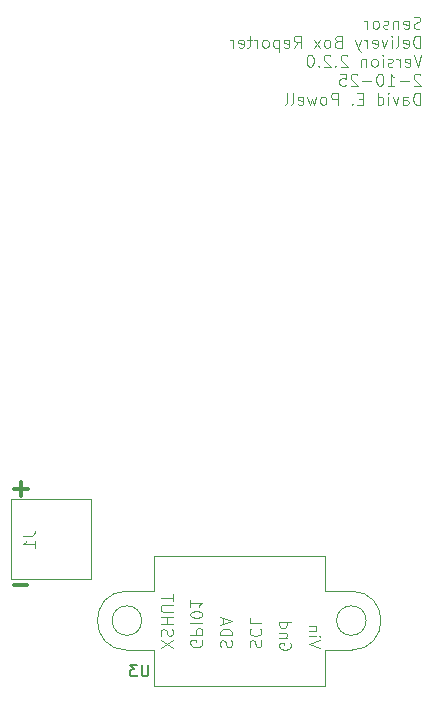
<source format=gbr>
%TF.GenerationSoftware,KiCad,Pcbnew,8.0.8-unknown-202501290020~8b811aa383~ubuntu24.04.1*%
%TF.CreationDate,2025-02-10T17:26:24-05:00*%
%TF.ProjectId,deleteme,64656c65-7465-46d6-952e-6b696361645f,rev?*%
%TF.SameCoordinates,Original*%
%TF.FileFunction,Legend,Bot*%
%TF.FilePolarity,Positive*%
%FSLAX46Y46*%
G04 Gerber Fmt 4.6, Leading zero omitted, Abs format (unit mm)*
G04 Created by KiCad (PCBNEW 8.0.8-unknown-202501290020~8b811aa383~ubuntu24.04.1) date 2025-02-10 17:26:24*
%MOMM*%
%LPD*%
G01*
G04 APERTURE LIST*
%ADD10C,0.300000*%
%ADD11C,0.100000*%
%ADD12C,0.150000*%
%ADD13C,0.120000*%
G04 APERTURE END LIST*
D10*
X129444510Y-129355809D02*
X130587368Y-129355809D01*
D11*
X163883734Y-82211433D02*
X163740877Y-82259052D01*
X163740877Y-82259052D02*
X163502782Y-82259052D01*
X163502782Y-82259052D02*
X163407544Y-82211433D01*
X163407544Y-82211433D02*
X163359925Y-82163813D01*
X163359925Y-82163813D02*
X163312306Y-82068575D01*
X163312306Y-82068575D02*
X163312306Y-81973337D01*
X163312306Y-81973337D02*
X163359925Y-81878099D01*
X163359925Y-81878099D02*
X163407544Y-81830480D01*
X163407544Y-81830480D02*
X163502782Y-81782861D01*
X163502782Y-81782861D02*
X163693258Y-81735242D01*
X163693258Y-81735242D02*
X163788496Y-81687623D01*
X163788496Y-81687623D02*
X163836115Y-81640004D01*
X163836115Y-81640004D02*
X163883734Y-81544766D01*
X163883734Y-81544766D02*
X163883734Y-81449528D01*
X163883734Y-81449528D02*
X163836115Y-81354290D01*
X163836115Y-81354290D02*
X163788496Y-81306671D01*
X163788496Y-81306671D02*
X163693258Y-81259052D01*
X163693258Y-81259052D02*
X163455163Y-81259052D01*
X163455163Y-81259052D02*
X163312306Y-81306671D01*
X162502782Y-82211433D02*
X162598020Y-82259052D01*
X162598020Y-82259052D02*
X162788496Y-82259052D01*
X162788496Y-82259052D02*
X162883734Y-82211433D01*
X162883734Y-82211433D02*
X162931353Y-82116194D01*
X162931353Y-82116194D02*
X162931353Y-81735242D01*
X162931353Y-81735242D02*
X162883734Y-81640004D01*
X162883734Y-81640004D02*
X162788496Y-81592385D01*
X162788496Y-81592385D02*
X162598020Y-81592385D01*
X162598020Y-81592385D02*
X162502782Y-81640004D01*
X162502782Y-81640004D02*
X162455163Y-81735242D01*
X162455163Y-81735242D02*
X162455163Y-81830480D01*
X162455163Y-81830480D02*
X162931353Y-81925718D01*
X162026591Y-81592385D02*
X162026591Y-82259052D01*
X162026591Y-81687623D02*
X161978972Y-81640004D01*
X161978972Y-81640004D02*
X161883734Y-81592385D01*
X161883734Y-81592385D02*
X161740877Y-81592385D01*
X161740877Y-81592385D02*
X161645639Y-81640004D01*
X161645639Y-81640004D02*
X161598020Y-81735242D01*
X161598020Y-81735242D02*
X161598020Y-82259052D01*
X161169448Y-82211433D02*
X161074210Y-82259052D01*
X161074210Y-82259052D02*
X160883734Y-82259052D01*
X160883734Y-82259052D02*
X160788496Y-82211433D01*
X160788496Y-82211433D02*
X160740877Y-82116194D01*
X160740877Y-82116194D02*
X160740877Y-82068575D01*
X160740877Y-82068575D02*
X160788496Y-81973337D01*
X160788496Y-81973337D02*
X160883734Y-81925718D01*
X160883734Y-81925718D02*
X161026591Y-81925718D01*
X161026591Y-81925718D02*
X161121829Y-81878099D01*
X161121829Y-81878099D02*
X161169448Y-81782861D01*
X161169448Y-81782861D02*
X161169448Y-81735242D01*
X161169448Y-81735242D02*
X161121829Y-81640004D01*
X161121829Y-81640004D02*
X161026591Y-81592385D01*
X161026591Y-81592385D02*
X160883734Y-81592385D01*
X160883734Y-81592385D02*
X160788496Y-81640004D01*
X160169448Y-82259052D02*
X160264686Y-82211433D01*
X160264686Y-82211433D02*
X160312305Y-82163813D01*
X160312305Y-82163813D02*
X160359924Y-82068575D01*
X160359924Y-82068575D02*
X160359924Y-81782861D01*
X160359924Y-81782861D02*
X160312305Y-81687623D01*
X160312305Y-81687623D02*
X160264686Y-81640004D01*
X160264686Y-81640004D02*
X160169448Y-81592385D01*
X160169448Y-81592385D02*
X160026591Y-81592385D01*
X160026591Y-81592385D02*
X159931353Y-81640004D01*
X159931353Y-81640004D02*
X159883734Y-81687623D01*
X159883734Y-81687623D02*
X159836115Y-81782861D01*
X159836115Y-81782861D02*
X159836115Y-82068575D01*
X159836115Y-82068575D02*
X159883734Y-82163813D01*
X159883734Y-82163813D02*
X159931353Y-82211433D01*
X159931353Y-82211433D02*
X160026591Y-82259052D01*
X160026591Y-82259052D02*
X160169448Y-82259052D01*
X159407543Y-82259052D02*
X159407543Y-81592385D01*
X159407543Y-81782861D02*
X159359924Y-81687623D01*
X159359924Y-81687623D02*
X159312305Y-81640004D01*
X159312305Y-81640004D02*
X159217067Y-81592385D01*
X159217067Y-81592385D02*
X159121829Y-81592385D01*
X163836115Y-83868996D02*
X163836115Y-82868996D01*
X163836115Y-82868996D02*
X163598020Y-82868996D01*
X163598020Y-82868996D02*
X163455163Y-82916615D01*
X163455163Y-82916615D02*
X163359925Y-83011853D01*
X163359925Y-83011853D02*
X163312306Y-83107091D01*
X163312306Y-83107091D02*
X163264687Y-83297567D01*
X163264687Y-83297567D02*
X163264687Y-83440424D01*
X163264687Y-83440424D02*
X163312306Y-83630900D01*
X163312306Y-83630900D02*
X163359925Y-83726138D01*
X163359925Y-83726138D02*
X163455163Y-83821377D01*
X163455163Y-83821377D02*
X163598020Y-83868996D01*
X163598020Y-83868996D02*
X163836115Y-83868996D01*
X162455163Y-83821377D02*
X162550401Y-83868996D01*
X162550401Y-83868996D02*
X162740877Y-83868996D01*
X162740877Y-83868996D02*
X162836115Y-83821377D01*
X162836115Y-83821377D02*
X162883734Y-83726138D01*
X162883734Y-83726138D02*
X162883734Y-83345186D01*
X162883734Y-83345186D02*
X162836115Y-83249948D01*
X162836115Y-83249948D02*
X162740877Y-83202329D01*
X162740877Y-83202329D02*
X162550401Y-83202329D01*
X162550401Y-83202329D02*
X162455163Y-83249948D01*
X162455163Y-83249948D02*
X162407544Y-83345186D01*
X162407544Y-83345186D02*
X162407544Y-83440424D01*
X162407544Y-83440424D02*
X162883734Y-83535662D01*
X161836115Y-83868996D02*
X161931353Y-83821377D01*
X161931353Y-83821377D02*
X161978972Y-83726138D01*
X161978972Y-83726138D02*
X161978972Y-82868996D01*
X161455162Y-83868996D02*
X161455162Y-83202329D01*
X161455162Y-82868996D02*
X161502781Y-82916615D01*
X161502781Y-82916615D02*
X161455162Y-82964234D01*
X161455162Y-82964234D02*
X161407543Y-82916615D01*
X161407543Y-82916615D02*
X161455162Y-82868996D01*
X161455162Y-82868996D02*
X161455162Y-82964234D01*
X161074210Y-83202329D02*
X160836115Y-83868996D01*
X160836115Y-83868996D02*
X160598020Y-83202329D01*
X159836115Y-83821377D02*
X159931353Y-83868996D01*
X159931353Y-83868996D02*
X160121829Y-83868996D01*
X160121829Y-83868996D02*
X160217067Y-83821377D01*
X160217067Y-83821377D02*
X160264686Y-83726138D01*
X160264686Y-83726138D02*
X160264686Y-83345186D01*
X160264686Y-83345186D02*
X160217067Y-83249948D01*
X160217067Y-83249948D02*
X160121829Y-83202329D01*
X160121829Y-83202329D02*
X159931353Y-83202329D01*
X159931353Y-83202329D02*
X159836115Y-83249948D01*
X159836115Y-83249948D02*
X159788496Y-83345186D01*
X159788496Y-83345186D02*
X159788496Y-83440424D01*
X159788496Y-83440424D02*
X160264686Y-83535662D01*
X159359924Y-83868996D02*
X159359924Y-83202329D01*
X159359924Y-83392805D02*
X159312305Y-83297567D01*
X159312305Y-83297567D02*
X159264686Y-83249948D01*
X159264686Y-83249948D02*
X159169448Y-83202329D01*
X159169448Y-83202329D02*
X159074210Y-83202329D01*
X158836114Y-83202329D02*
X158598019Y-83868996D01*
X158359924Y-83202329D02*
X158598019Y-83868996D01*
X158598019Y-83868996D02*
X158693257Y-84107091D01*
X158693257Y-84107091D02*
X158740876Y-84154710D01*
X158740876Y-84154710D02*
X158836114Y-84202329D01*
X156883733Y-83345186D02*
X156740876Y-83392805D01*
X156740876Y-83392805D02*
X156693257Y-83440424D01*
X156693257Y-83440424D02*
X156645638Y-83535662D01*
X156645638Y-83535662D02*
X156645638Y-83678519D01*
X156645638Y-83678519D02*
X156693257Y-83773757D01*
X156693257Y-83773757D02*
X156740876Y-83821377D01*
X156740876Y-83821377D02*
X156836114Y-83868996D01*
X156836114Y-83868996D02*
X157217066Y-83868996D01*
X157217066Y-83868996D02*
X157217066Y-82868996D01*
X157217066Y-82868996D02*
X156883733Y-82868996D01*
X156883733Y-82868996D02*
X156788495Y-82916615D01*
X156788495Y-82916615D02*
X156740876Y-82964234D01*
X156740876Y-82964234D02*
X156693257Y-83059472D01*
X156693257Y-83059472D02*
X156693257Y-83154710D01*
X156693257Y-83154710D02*
X156740876Y-83249948D01*
X156740876Y-83249948D02*
X156788495Y-83297567D01*
X156788495Y-83297567D02*
X156883733Y-83345186D01*
X156883733Y-83345186D02*
X157217066Y-83345186D01*
X156074209Y-83868996D02*
X156169447Y-83821377D01*
X156169447Y-83821377D02*
X156217066Y-83773757D01*
X156217066Y-83773757D02*
X156264685Y-83678519D01*
X156264685Y-83678519D02*
X156264685Y-83392805D01*
X156264685Y-83392805D02*
X156217066Y-83297567D01*
X156217066Y-83297567D02*
X156169447Y-83249948D01*
X156169447Y-83249948D02*
X156074209Y-83202329D01*
X156074209Y-83202329D02*
X155931352Y-83202329D01*
X155931352Y-83202329D02*
X155836114Y-83249948D01*
X155836114Y-83249948D02*
X155788495Y-83297567D01*
X155788495Y-83297567D02*
X155740876Y-83392805D01*
X155740876Y-83392805D02*
X155740876Y-83678519D01*
X155740876Y-83678519D02*
X155788495Y-83773757D01*
X155788495Y-83773757D02*
X155836114Y-83821377D01*
X155836114Y-83821377D02*
X155931352Y-83868996D01*
X155931352Y-83868996D02*
X156074209Y-83868996D01*
X155407542Y-83868996D02*
X154883733Y-83202329D01*
X155407542Y-83202329D02*
X154883733Y-83868996D01*
X153169447Y-83868996D02*
X153502780Y-83392805D01*
X153740875Y-83868996D02*
X153740875Y-82868996D01*
X153740875Y-82868996D02*
X153359923Y-82868996D01*
X153359923Y-82868996D02*
X153264685Y-82916615D01*
X153264685Y-82916615D02*
X153217066Y-82964234D01*
X153217066Y-82964234D02*
X153169447Y-83059472D01*
X153169447Y-83059472D02*
X153169447Y-83202329D01*
X153169447Y-83202329D02*
X153217066Y-83297567D01*
X153217066Y-83297567D02*
X153264685Y-83345186D01*
X153264685Y-83345186D02*
X153359923Y-83392805D01*
X153359923Y-83392805D02*
X153740875Y-83392805D01*
X152359923Y-83821377D02*
X152455161Y-83868996D01*
X152455161Y-83868996D02*
X152645637Y-83868996D01*
X152645637Y-83868996D02*
X152740875Y-83821377D01*
X152740875Y-83821377D02*
X152788494Y-83726138D01*
X152788494Y-83726138D02*
X152788494Y-83345186D01*
X152788494Y-83345186D02*
X152740875Y-83249948D01*
X152740875Y-83249948D02*
X152645637Y-83202329D01*
X152645637Y-83202329D02*
X152455161Y-83202329D01*
X152455161Y-83202329D02*
X152359923Y-83249948D01*
X152359923Y-83249948D02*
X152312304Y-83345186D01*
X152312304Y-83345186D02*
X152312304Y-83440424D01*
X152312304Y-83440424D02*
X152788494Y-83535662D01*
X151883732Y-83202329D02*
X151883732Y-84202329D01*
X151883732Y-83249948D02*
X151788494Y-83202329D01*
X151788494Y-83202329D02*
X151598018Y-83202329D01*
X151598018Y-83202329D02*
X151502780Y-83249948D01*
X151502780Y-83249948D02*
X151455161Y-83297567D01*
X151455161Y-83297567D02*
X151407542Y-83392805D01*
X151407542Y-83392805D02*
X151407542Y-83678519D01*
X151407542Y-83678519D02*
X151455161Y-83773757D01*
X151455161Y-83773757D02*
X151502780Y-83821377D01*
X151502780Y-83821377D02*
X151598018Y-83868996D01*
X151598018Y-83868996D02*
X151788494Y-83868996D01*
X151788494Y-83868996D02*
X151883732Y-83821377D01*
X150836113Y-83868996D02*
X150931351Y-83821377D01*
X150931351Y-83821377D02*
X150978970Y-83773757D01*
X150978970Y-83773757D02*
X151026589Y-83678519D01*
X151026589Y-83678519D02*
X151026589Y-83392805D01*
X151026589Y-83392805D02*
X150978970Y-83297567D01*
X150978970Y-83297567D02*
X150931351Y-83249948D01*
X150931351Y-83249948D02*
X150836113Y-83202329D01*
X150836113Y-83202329D02*
X150693256Y-83202329D01*
X150693256Y-83202329D02*
X150598018Y-83249948D01*
X150598018Y-83249948D02*
X150550399Y-83297567D01*
X150550399Y-83297567D02*
X150502780Y-83392805D01*
X150502780Y-83392805D02*
X150502780Y-83678519D01*
X150502780Y-83678519D02*
X150550399Y-83773757D01*
X150550399Y-83773757D02*
X150598018Y-83821377D01*
X150598018Y-83821377D02*
X150693256Y-83868996D01*
X150693256Y-83868996D02*
X150836113Y-83868996D01*
X150074208Y-83868996D02*
X150074208Y-83202329D01*
X150074208Y-83392805D02*
X150026589Y-83297567D01*
X150026589Y-83297567D02*
X149978970Y-83249948D01*
X149978970Y-83249948D02*
X149883732Y-83202329D01*
X149883732Y-83202329D02*
X149788494Y-83202329D01*
X149598017Y-83202329D02*
X149217065Y-83202329D01*
X149455160Y-82868996D02*
X149455160Y-83726138D01*
X149455160Y-83726138D02*
X149407541Y-83821377D01*
X149407541Y-83821377D02*
X149312303Y-83868996D01*
X149312303Y-83868996D02*
X149217065Y-83868996D01*
X148502779Y-83821377D02*
X148598017Y-83868996D01*
X148598017Y-83868996D02*
X148788493Y-83868996D01*
X148788493Y-83868996D02*
X148883731Y-83821377D01*
X148883731Y-83821377D02*
X148931350Y-83726138D01*
X148931350Y-83726138D02*
X148931350Y-83345186D01*
X148931350Y-83345186D02*
X148883731Y-83249948D01*
X148883731Y-83249948D02*
X148788493Y-83202329D01*
X148788493Y-83202329D02*
X148598017Y-83202329D01*
X148598017Y-83202329D02*
X148502779Y-83249948D01*
X148502779Y-83249948D02*
X148455160Y-83345186D01*
X148455160Y-83345186D02*
X148455160Y-83440424D01*
X148455160Y-83440424D02*
X148931350Y-83535662D01*
X148026588Y-83868996D02*
X148026588Y-83202329D01*
X148026588Y-83392805D02*
X147978969Y-83297567D01*
X147978969Y-83297567D02*
X147931350Y-83249948D01*
X147931350Y-83249948D02*
X147836112Y-83202329D01*
X147836112Y-83202329D02*
X147740874Y-83202329D01*
X163978972Y-84478940D02*
X163645639Y-85478940D01*
X163645639Y-85478940D02*
X163312306Y-84478940D01*
X162598020Y-85431321D02*
X162693258Y-85478940D01*
X162693258Y-85478940D02*
X162883734Y-85478940D01*
X162883734Y-85478940D02*
X162978972Y-85431321D01*
X162978972Y-85431321D02*
X163026591Y-85336082D01*
X163026591Y-85336082D02*
X163026591Y-84955130D01*
X163026591Y-84955130D02*
X162978972Y-84859892D01*
X162978972Y-84859892D02*
X162883734Y-84812273D01*
X162883734Y-84812273D02*
X162693258Y-84812273D01*
X162693258Y-84812273D02*
X162598020Y-84859892D01*
X162598020Y-84859892D02*
X162550401Y-84955130D01*
X162550401Y-84955130D02*
X162550401Y-85050368D01*
X162550401Y-85050368D02*
X163026591Y-85145606D01*
X162121829Y-85478940D02*
X162121829Y-84812273D01*
X162121829Y-85002749D02*
X162074210Y-84907511D01*
X162074210Y-84907511D02*
X162026591Y-84859892D01*
X162026591Y-84859892D02*
X161931353Y-84812273D01*
X161931353Y-84812273D02*
X161836115Y-84812273D01*
X161550400Y-85431321D02*
X161455162Y-85478940D01*
X161455162Y-85478940D02*
X161264686Y-85478940D01*
X161264686Y-85478940D02*
X161169448Y-85431321D01*
X161169448Y-85431321D02*
X161121829Y-85336082D01*
X161121829Y-85336082D02*
X161121829Y-85288463D01*
X161121829Y-85288463D02*
X161169448Y-85193225D01*
X161169448Y-85193225D02*
X161264686Y-85145606D01*
X161264686Y-85145606D02*
X161407543Y-85145606D01*
X161407543Y-85145606D02*
X161502781Y-85097987D01*
X161502781Y-85097987D02*
X161550400Y-85002749D01*
X161550400Y-85002749D02*
X161550400Y-84955130D01*
X161550400Y-84955130D02*
X161502781Y-84859892D01*
X161502781Y-84859892D02*
X161407543Y-84812273D01*
X161407543Y-84812273D02*
X161264686Y-84812273D01*
X161264686Y-84812273D02*
X161169448Y-84859892D01*
X160693257Y-85478940D02*
X160693257Y-84812273D01*
X160693257Y-84478940D02*
X160740876Y-84526559D01*
X160740876Y-84526559D02*
X160693257Y-84574178D01*
X160693257Y-84574178D02*
X160645638Y-84526559D01*
X160645638Y-84526559D02*
X160693257Y-84478940D01*
X160693257Y-84478940D02*
X160693257Y-84574178D01*
X160074210Y-85478940D02*
X160169448Y-85431321D01*
X160169448Y-85431321D02*
X160217067Y-85383701D01*
X160217067Y-85383701D02*
X160264686Y-85288463D01*
X160264686Y-85288463D02*
X160264686Y-85002749D01*
X160264686Y-85002749D02*
X160217067Y-84907511D01*
X160217067Y-84907511D02*
X160169448Y-84859892D01*
X160169448Y-84859892D02*
X160074210Y-84812273D01*
X160074210Y-84812273D02*
X159931353Y-84812273D01*
X159931353Y-84812273D02*
X159836115Y-84859892D01*
X159836115Y-84859892D02*
X159788496Y-84907511D01*
X159788496Y-84907511D02*
X159740877Y-85002749D01*
X159740877Y-85002749D02*
X159740877Y-85288463D01*
X159740877Y-85288463D02*
X159788496Y-85383701D01*
X159788496Y-85383701D02*
X159836115Y-85431321D01*
X159836115Y-85431321D02*
X159931353Y-85478940D01*
X159931353Y-85478940D02*
X160074210Y-85478940D01*
X159312305Y-84812273D02*
X159312305Y-85478940D01*
X159312305Y-84907511D02*
X159264686Y-84859892D01*
X159264686Y-84859892D02*
X159169448Y-84812273D01*
X159169448Y-84812273D02*
X159026591Y-84812273D01*
X159026591Y-84812273D02*
X158931353Y-84859892D01*
X158931353Y-84859892D02*
X158883734Y-84955130D01*
X158883734Y-84955130D02*
X158883734Y-85478940D01*
X157693257Y-84574178D02*
X157645638Y-84526559D01*
X157645638Y-84526559D02*
X157550400Y-84478940D01*
X157550400Y-84478940D02*
X157312305Y-84478940D01*
X157312305Y-84478940D02*
X157217067Y-84526559D01*
X157217067Y-84526559D02*
X157169448Y-84574178D01*
X157169448Y-84574178D02*
X157121829Y-84669416D01*
X157121829Y-84669416D02*
X157121829Y-84764654D01*
X157121829Y-84764654D02*
X157169448Y-84907511D01*
X157169448Y-84907511D02*
X157740876Y-85478940D01*
X157740876Y-85478940D02*
X157121829Y-85478940D01*
X156693257Y-85383701D02*
X156645638Y-85431321D01*
X156645638Y-85431321D02*
X156693257Y-85478940D01*
X156693257Y-85478940D02*
X156740876Y-85431321D01*
X156740876Y-85431321D02*
X156693257Y-85383701D01*
X156693257Y-85383701D02*
X156693257Y-85478940D01*
X156264686Y-84574178D02*
X156217067Y-84526559D01*
X156217067Y-84526559D02*
X156121829Y-84478940D01*
X156121829Y-84478940D02*
X155883734Y-84478940D01*
X155883734Y-84478940D02*
X155788496Y-84526559D01*
X155788496Y-84526559D02*
X155740877Y-84574178D01*
X155740877Y-84574178D02*
X155693258Y-84669416D01*
X155693258Y-84669416D02*
X155693258Y-84764654D01*
X155693258Y-84764654D02*
X155740877Y-84907511D01*
X155740877Y-84907511D02*
X156312305Y-85478940D01*
X156312305Y-85478940D02*
X155693258Y-85478940D01*
X155264686Y-85383701D02*
X155217067Y-85431321D01*
X155217067Y-85431321D02*
X155264686Y-85478940D01*
X155264686Y-85478940D02*
X155312305Y-85431321D01*
X155312305Y-85431321D02*
X155264686Y-85383701D01*
X155264686Y-85383701D02*
X155264686Y-85478940D01*
X154598020Y-84478940D02*
X154502782Y-84478940D01*
X154502782Y-84478940D02*
X154407544Y-84526559D01*
X154407544Y-84526559D02*
X154359925Y-84574178D01*
X154359925Y-84574178D02*
X154312306Y-84669416D01*
X154312306Y-84669416D02*
X154264687Y-84859892D01*
X154264687Y-84859892D02*
X154264687Y-85097987D01*
X154264687Y-85097987D02*
X154312306Y-85288463D01*
X154312306Y-85288463D02*
X154359925Y-85383701D01*
X154359925Y-85383701D02*
X154407544Y-85431321D01*
X154407544Y-85431321D02*
X154502782Y-85478940D01*
X154502782Y-85478940D02*
X154598020Y-85478940D01*
X154598020Y-85478940D02*
X154693258Y-85431321D01*
X154693258Y-85431321D02*
X154740877Y-85383701D01*
X154740877Y-85383701D02*
X154788496Y-85288463D01*
X154788496Y-85288463D02*
X154836115Y-85097987D01*
X154836115Y-85097987D02*
X154836115Y-84859892D01*
X154836115Y-84859892D02*
X154788496Y-84669416D01*
X154788496Y-84669416D02*
X154740877Y-84574178D01*
X154740877Y-84574178D02*
X154693258Y-84526559D01*
X154693258Y-84526559D02*
X154598020Y-84478940D01*
X163883734Y-86184122D02*
X163836115Y-86136503D01*
X163836115Y-86136503D02*
X163740877Y-86088884D01*
X163740877Y-86088884D02*
X163502782Y-86088884D01*
X163502782Y-86088884D02*
X163407544Y-86136503D01*
X163407544Y-86136503D02*
X163359925Y-86184122D01*
X163359925Y-86184122D02*
X163312306Y-86279360D01*
X163312306Y-86279360D02*
X163312306Y-86374598D01*
X163312306Y-86374598D02*
X163359925Y-86517455D01*
X163359925Y-86517455D02*
X163931353Y-87088884D01*
X163931353Y-87088884D02*
X163312306Y-87088884D01*
X162883734Y-86707931D02*
X162121830Y-86707931D01*
X161121830Y-87088884D02*
X161693258Y-87088884D01*
X161407544Y-87088884D02*
X161407544Y-86088884D01*
X161407544Y-86088884D02*
X161502782Y-86231741D01*
X161502782Y-86231741D02*
X161598020Y-86326979D01*
X161598020Y-86326979D02*
X161693258Y-86374598D01*
X160502782Y-86088884D02*
X160407544Y-86088884D01*
X160407544Y-86088884D02*
X160312306Y-86136503D01*
X160312306Y-86136503D02*
X160264687Y-86184122D01*
X160264687Y-86184122D02*
X160217068Y-86279360D01*
X160217068Y-86279360D02*
X160169449Y-86469836D01*
X160169449Y-86469836D02*
X160169449Y-86707931D01*
X160169449Y-86707931D02*
X160217068Y-86898407D01*
X160217068Y-86898407D02*
X160264687Y-86993645D01*
X160264687Y-86993645D02*
X160312306Y-87041265D01*
X160312306Y-87041265D02*
X160407544Y-87088884D01*
X160407544Y-87088884D02*
X160502782Y-87088884D01*
X160502782Y-87088884D02*
X160598020Y-87041265D01*
X160598020Y-87041265D02*
X160645639Y-86993645D01*
X160645639Y-86993645D02*
X160693258Y-86898407D01*
X160693258Y-86898407D02*
X160740877Y-86707931D01*
X160740877Y-86707931D02*
X160740877Y-86469836D01*
X160740877Y-86469836D02*
X160693258Y-86279360D01*
X160693258Y-86279360D02*
X160645639Y-86184122D01*
X160645639Y-86184122D02*
X160598020Y-86136503D01*
X160598020Y-86136503D02*
X160502782Y-86088884D01*
X159740877Y-86707931D02*
X158978973Y-86707931D01*
X158550401Y-86184122D02*
X158502782Y-86136503D01*
X158502782Y-86136503D02*
X158407544Y-86088884D01*
X158407544Y-86088884D02*
X158169449Y-86088884D01*
X158169449Y-86088884D02*
X158074211Y-86136503D01*
X158074211Y-86136503D02*
X158026592Y-86184122D01*
X158026592Y-86184122D02*
X157978973Y-86279360D01*
X157978973Y-86279360D02*
X157978973Y-86374598D01*
X157978973Y-86374598D02*
X158026592Y-86517455D01*
X158026592Y-86517455D02*
X158598020Y-87088884D01*
X158598020Y-87088884D02*
X157978973Y-87088884D01*
X157074211Y-86088884D02*
X157550401Y-86088884D01*
X157550401Y-86088884D02*
X157598020Y-86565074D01*
X157598020Y-86565074D02*
X157550401Y-86517455D01*
X157550401Y-86517455D02*
X157455163Y-86469836D01*
X157455163Y-86469836D02*
X157217068Y-86469836D01*
X157217068Y-86469836D02*
X157121830Y-86517455D01*
X157121830Y-86517455D02*
X157074211Y-86565074D01*
X157074211Y-86565074D02*
X157026592Y-86660312D01*
X157026592Y-86660312D02*
X157026592Y-86898407D01*
X157026592Y-86898407D02*
X157074211Y-86993645D01*
X157074211Y-86993645D02*
X157121830Y-87041265D01*
X157121830Y-87041265D02*
X157217068Y-87088884D01*
X157217068Y-87088884D02*
X157455163Y-87088884D01*
X157455163Y-87088884D02*
X157550401Y-87041265D01*
X157550401Y-87041265D02*
X157598020Y-86993645D01*
X163836115Y-88698828D02*
X163836115Y-87698828D01*
X163836115Y-87698828D02*
X163598020Y-87698828D01*
X163598020Y-87698828D02*
X163455163Y-87746447D01*
X163455163Y-87746447D02*
X163359925Y-87841685D01*
X163359925Y-87841685D02*
X163312306Y-87936923D01*
X163312306Y-87936923D02*
X163264687Y-88127399D01*
X163264687Y-88127399D02*
X163264687Y-88270256D01*
X163264687Y-88270256D02*
X163312306Y-88460732D01*
X163312306Y-88460732D02*
X163359925Y-88555970D01*
X163359925Y-88555970D02*
X163455163Y-88651209D01*
X163455163Y-88651209D02*
X163598020Y-88698828D01*
X163598020Y-88698828D02*
X163836115Y-88698828D01*
X162407544Y-88698828D02*
X162407544Y-88175018D01*
X162407544Y-88175018D02*
X162455163Y-88079780D01*
X162455163Y-88079780D02*
X162550401Y-88032161D01*
X162550401Y-88032161D02*
X162740877Y-88032161D01*
X162740877Y-88032161D02*
X162836115Y-88079780D01*
X162407544Y-88651209D02*
X162502782Y-88698828D01*
X162502782Y-88698828D02*
X162740877Y-88698828D01*
X162740877Y-88698828D02*
X162836115Y-88651209D01*
X162836115Y-88651209D02*
X162883734Y-88555970D01*
X162883734Y-88555970D02*
X162883734Y-88460732D01*
X162883734Y-88460732D02*
X162836115Y-88365494D01*
X162836115Y-88365494D02*
X162740877Y-88317875D01*
X162740877Y-88317875D02*
X162502782Y-88317875D01*
X162502782Y-88317875D02*
X162407544Y-88270256D01*
X162026591Y-88032161D02*
X161788496Y-88698828D01*
X161788496Y-88698828D02*
X161550401Y-88032161D01*
X161169448Y-88698828D02*
X161169448Y-88032161D01*
X161169448Y-87698828D02*
X161217067Y-87746447D01*
X161217067Y-87746447D02*
X161169448Y-87794066D01*
X161169448Y-87794066D02*
X161121829Y-87746447D01*
X161121829Y-87746447D02*
X161169448Y-87698828D01*
X161169448Y-87698828D02*
X161169448Y-87794066D01*
X160264687Y-88698828D02*
X160264687Y-87698828D01*
X160264687Y-88651209D02*
X160359925Y-88698828D01*
X160359925Y-88698828D02*
X160550401Y-88698828D01*
X160550401Y-88698828D02*
X160645639Y-88651209D01*
X160645639Y-88651209D02*
X160693258Y-88603589D01*
X160693258Y-88603589D02*
X160740877Y-88508351D01*
X160740877Y-88508351D02*
X160740877Y-88222637D01*
X160740877Y-88222637D02*
X160693258Y-88127399D01*
X160693258Y-88127399D02*
X160645639Y-88079780D01*
X160645639Y-88079780D02*
X160550401Y-88032161D01*
X160550401Y-88032161D02*
X160359925Y-88032161D01*
X160359925Y-88032161D02*
X160264687Y-88079780D01*
X159026591Y-88175018D02*
X158693258Y-88175018D01*
X158550401Y-88698828D02*
X159026591Y-88698828D01*
X159026591Y-88698828D02*
X159026591Y-87698828D01*
X159026591Y-87698828D02*
X158550401Y-87698828D01*
X158121829Y-88603589D02*
X158074210Y-88651209D01*
X158074210Y-88651209D02*
X158121829Y-88698828D01*
X158121829Y-88698828D02*
X158169448Y-88651209D01*
X158169448Y-88651209D02*
X158121829Y-88603589D01*
X158121829Y-88603589D02*
X158121829Y-88698828D01*
X156883734Y-88698828D02*
X156883734Y-87698828D01*
X156883734Y-87698828D02*
X156502782Y-87698828D01*
X156502782Y-87698828D02*
X156407544Y-87746447D01*
X156407544Y-87746447D02*
X156359925Y-87794066D01*
X156359925Y-87794066D02*
X156312306Y-87889304D01*
X156312306Y-87889304D02*
X156312306Y-88032161D01*
X156312306Y-88032161D02*
X156359925Y-88127399D01*
X156359925Y-88127399D02*
X156407544Y-88175018D01*
X156407544Y-88175018D02*
X156502782Y-88222637D01*
X156502782Y-88222637D02*
X156883734Y-88222637D01*
X155740877Y-88698828D02*
X155836115Y-88651209D01*
X155836115Y-88651209D02*
X155883734Y-88603589D01*
X155883734Y-88603589D02*
X155931353Y-88508351D01*
X155931353Y-88508351D02*
X155931353Y-88222637D01*
X155931353Y-88222637D02*
X155883734Y-88127399D01*
X155883734Y-88127399D02*
X155836115Y-88079780D01*
X155836115Y-88079780D02*
X155740877Y-88032161D01*
X155740877Y-88032161D02*
X155598020Y-88032161D01*
X155598020Y-88032161D02*
X155502782Y-88079780D01*
X155502782Y-88079780D02*
X155455163Y-88127399D01*
X155455163Y-88127399D02*
X155407544Y-88222637D01*
X155407544Y-88222637D02*
X155407544Y-88508351D01*
X155407544Y-88508351D02*
X155455163Y-88603589D01*
X155455163Y-88603589D02*
X155502782Y-88651209D01*
X155502782Y-88651209D02*
X155598020Y-88698828D01*
X155598020Y-88698828D02*
X155740877Y-88698828D01*
X155074210Y-88032161D02*
X154883734Y-88698828D01*
X154883734Y-88698828D02*
X154693258Y-88222637D01*
X154693258Y-88222637D02*
X154502782Y-88698828D01*
X154502782Y-88698828D02*
X154312306Y-88032161D01*
X153550401Y-88651209D02*
X153645639Y-88698828D01*
X153645639Y-88698828D02*
X153836115Y-88698828D01*
X153836115Y-88698828D02*
X153931353Y-88651209D01*
X153931353Y-88651209D02*
X153978972Y-88555970D01*
X153978972Y-88555970D02*
X153978972Y-88175018D01*
X153978972Y-88175018D02*
X153931353Y-88079780D01*
X153931353Y-88079780D02*
X153836115Y-88032161D01*
X153836115Y-88032161D02*
X153645639Y-88032161D01*
X153645639Y-88032161D02*
X153550401Y-88079780D01*
X153550401Y-88079780D02*
X153502782Y-88175018D01*
X153502782Y-88175018D02*
X153502782Y-88270256D01*
X153502782Y-88270256D02*
X153978972Y-88365494D01*
X152931353Y-88698828D02*
X153026591Y-88651209D01*
X153026591Y-88651209D02*
X153074210Y-88555970D01*
X153074210Y-88555970D02*
X153074210Y-87698828D01*
X152407543Y-88698828D02*
X152502781Y-88651209D01*
X152502781Y-88651209D02*
X152550400Y-88555970D01*
X152550400Y-88555970D02*
X152550400Y-87698828D01*
D10*
X129494510Y-121255809D02*
X130637368Y-121255809D01*
X130065939Y-121827237D02*
X130065939Y-120684380D01*
D11*
X130247419Y-125193075D02*
X130961704Y-125193075D01*
X130961704Y-125193075D02*
X131104561Y-125145456D01*
X131104561Y-125145456D02*
X131199800Y-125050218D01*
X131199800Y-125050218D02*
X131247419Y-124907361D01*
X131247419Y-124907361D02*
X131247419Y-124812123D01*
X131247419Y-126193075D02*
X131247419Y-125621647D01*
X131247419Y-125907361D02*
X130247419Y-125907361D01*
X130247419Y-125907361D02*
X130390276Y-125812123D01*
X130390276Y-125812123D02*
X130485514Y-125716885D01*
X130485514Y-125716885D02*
X130533133Y-125621647D01*
D12*
X140851904Y-136111228D02*
X140851904Y-136920751D01*
X140851904Y-136920751D02*
X140804285Y-137015989D01*
X140804285Y-137015989D02*
X140756666Y-137063609D01*
X140756666Y-137063609D02*
X140661428Y-137111228D01*
X140661428Y-137111228D02*
X140470952Y-137111228D01*
X140470952Y-137111228D02*
X140375714Y-137063609D01*
X140375714Y-137063609D02*
X140328095Y-137015989D01*
X140328095Y-137015989D02*
X140280476Y-136920751D01*
X140280476Y-136920751D02*
X140280476Y-136111228D01*
X139899523Y-136111228D02*
X139280476Y-136111228D01*
X139280476Y-136111228D02*
X139613809Y-136492180D01*
X139613809Y-136492180D02*
X139470952Y-136492180D01*
X139470952Y-136492180D02*
X139375714Y-136539799D01*
X139375714Y-136539799D02*
X139328095Y-136587418D01*
X139328095Y-136587418D02*
X139280476Y-136682656D01*
X139280476Y-136682656D02*
X139280476Y-136920751D01*
X139280476Y-136920751D02*
X139328095Y-137015989D01*
X139328095Y-137015989D02*
X139375714Y-137063609D01*
X139375714Y-137063609D02*
X139470952Y-137111228D01*
X139470952Y-137111228D02*
X139756666Y-137111228D01*
X139756666Y-137111228D02*
X139851904Y-137063609D01*
X139851904Y-137063609D02*
X139899523Y-137015989D01*
D11*
X152869961Y-134298715D02*
X152917580Y-134393953D01*
X152917580Y-134393953D02*
X152917580Y-134536810D01*
X152917580Y-134536810D02*
X152869961Y-134679667D01*
X152869961Y-134679667D02*
X152774723Y-134774905D01*
X152774723Y-134774905D02*
X152679485Y-134822524D01*
X152679485Y-134822524D02*
X152489009Y-134870143D01*
X152489009Y-134870143D02*
X152346152Y-134870143D01*
X152346152Y-134870143D02*
X152155676Y-134822524D01*
X152155676Y-134822524D02*
X152060438Y-134774905D01*
X152060438Y-134774905D02*
X151965200Y-134679667D01*
X151965200Y-134679667D02*
X151917580Y-134536810D01*
X151917580Y-134536810D02*
X151917580Y-134441572D01*
X151917580Y-134441572D02*
X151965200Y-134298715D01*
X151965200Y-134298715D02*
X152012819Y-134251096D01*
X152012819Y-134251096D02*
X152346152Y-134251096D01*
X152346152Y-134251096D02*
X152346152Y-134441572D01*
X152584247Y-133822524D02*
X151917580Y-133822524D01*
X152489009Y-133822524D02*
X152536628Y-133774905D01*
X152536628Y-133774905D02*
X152584247Y-133679667D01*
X152584247Y-133679667D02*
X152584247Y-133536810D01*
X152584247Y-133536810D02*
X152536628Y-133441572D01*
X152536628Y-133441572D02*
X152441390Y-133393953D01*
X152441390Y-133393953D02*
X151917580Y-133393953D01*
X151917580Y-132489191D02*
X152917580Y-132489191D01*
X151965200Y-132489191D02*
X151917580Y-132584429D01*
X151917580Y-132584429D02*
X151917580Y-132774905D01*
X151917580Y-132774905D02*
X151965200Y-132870143D01*
X151965200Y-132870143D02*
X152012819Y-132917762D01*
X152012819Y-132917762D02*
X152108057Y-132965381D01*
X152108057Y-132965381D02*
X152393771Y-132965381D01*
X152393771Y-132965381D02*
X152489009Y-132917762D01*
X152489009Y-132917762D02*
X152536628Y-132870143D01*
X152536628Y-132870143D02*
X152584247Y-132774905D01*
X152584247Y-132774905D02*
X152584247Y-132584429D01*
X152584247Y-132584429D02*
X152536628Y-132489191D01*
X155417580Y-134715381D02*
X154417580Y-134382048D01*
X154417580Y-134382048D02*
X155417580Y-134048715D01*
X154417580Y-133715381D02*
X155084247Y-133715381D01*
X155417580Y-133715381D02*
X155369961Y-133763000D01*
X155369961Y-133763000D02*
X155322342Y-133715381D01*
X155322342Y-133715381D02*
X155369961Y-133667762D01*
X155369961Y-133667762D02*
X155417580Y-133715381D01*
X155417580Y-133715381D02*
X155322342Y-133715381D01*
X155084247Y-133239191D02*
X154417580Y-133239191D01*
X154989009Y-133239191D02*
X155036628Y-133191572D01*
X155036628Y-133191572D02*
X155084247Y-133096334D01*
X155084247Y-133096334D02*
X155084247Y-132953477D01*
X155084247Y-132953477D02*
X155036628Y-132858239D01*
X155036628Y-132858239D02*
X154941390Y-132810620D01*
X154941390Y-132810620D02*
X154417580Y-132810620D01*
X145369961Y-134048715D02*
X145417580Y-134143953D01*
X145417580Y-134143953D02*
X145417580Y-134286810D01*
X145417580Y-134286810D02*
X145369961Y-134429667D01*
X145369961Y-134429667D02*
X145274723Y-134524905D01*
X145274723Y-134524905D02*
X145179485Y-134572524D01*
X145179485Y-134572524D02*
X144989009Y-134620143D01*
X144989009Y-134620143D02*
X144846152Y-134620143D01*
X144846152Y-134620143D02*
X144655676Y-134572524D01*
X144655676Y-134572524D02*
X144560438Y-134524905D01*
X144560438Y-134524905D02*
X144465200Y-134429667D01*
X144465200Y-134429667D02*
X144417580Y-134286810D01*
X144417580Y-134286810D02*
X144417580Y-134191572D01*
X144417580Y-134191572D02*
X144465200Y-134048715D01*
X144465200Y-134048715D02*
X144512819Y-134001096D01*
X144512819Y-134001096D02*
X144846152Y-134001096D01*
X144846152Y-134001096D02*
X144846152Y-134191572D01*
X144417580Y-133572524D02*
X145417580Y-133572524D01*
X145417580Y-133572524D02*
X145417580Y-133191572D01*
X145417580Y-133191572D02*
X145369961Y-133096334D01*
X145369961Y-133096334D02*
X145322342Y-133048715D01*
X145322342Y-133048715D02*
X145227104Y-133001096D01*
X145227104Y-133001096D02*
X145084247Y-133001096D01*
X145084247Y-133001096D02*
X144989009Y-133048715D01*
X144989009Y-133048715D02*
X144941390Y-133096334D01*
X144941390Y-133096334D02*
X144893771Y-133191572D01*
X144893771Y-133191572D02*
X144893771Y-133572524D01*
X144417580Y-132572524D02*
X145417580Y-132572524D01*
X145417580Y-131905858D02*
X145417580Y-131810620D01*
X145417580Y-131810620D02*
X145369961Y-131715382D01*
X145369961Y-131715382D02*
X145322342Y-131667763D01*
X145322342Y-131667763D02*
X145227104Y-131620144D01*
X145227104Y-131620144D02*
X145036628Y-131572525D01*
X145036628Y-131572525D02*
X144798533Y-131572525D01*
X144798533Y-131572525D02*
X144608057Y-131620144D01*
X144608057Y-131620144D02*
X144512819Y-131667763D01*
X144512819Y-131667763D02*
X144465200Y-131715382D01*
X144465200Y-131715382D02*
X144417580Y-131810620D01*
X144417580Y-131810620D02*
X144417580Y-131905858D01*
X144417580Y-131905858D02*
X144465200Y-132001096D01*
X144465200Y-132001096D02*
X144512819Y-132048715D01*
X144512819Y-132048715D02*
X144608057Y-132096334D01*
X144608057Y-132096334D02*
X144798533Y-132143953D01*
X144798533Y-132143953D02*
X145036628Y-132143953D01*
X145036628Y-132143953D02*
X145227104Y-132096334D01*
X145227104Y-132096334D02*
X145322342Y-132048715D01*
X145322342Y-132048715D02*
X145369961Y-132001096D01*
X145369961Y-132001096D02*
X145417580Y-131905858D01*
X144417580Y-130620144D02*
X144417580Y-131191572D01*
X144417580Y-130905858D02*
X145417580Y-130905858D01*
X145417580Y-130905858D02*
X145274723Y-131001096D01*
X145274723Y-131001096D02*
X145179485Y-131096334D01*
X145179485Y-131096334D02*
X145131866Y-131191572D01*
X142917580Y-134667762D02*
X141917580Y-134001096D01*
X142917580Y-134001096D02*
X141917580Y-134667762D01*
X141965200Y-133667762D02*
X141917580Y-133524905D01*
X141917580Y-133524905D02*
X141917580Y-133286810D01*
X141917580Y-133286810D02*
X141965200Y-133191572D01*
X141965200Y-133191572D02*
X142012819Y-133143953D01*
X142012819Y-133143953D02*
X142108057Y-133096334D01*
X142108057Y-133096334D02*
X142203295Y-133096334D01*
X142203295Y-133096334D02*
X142298533Y-133143953D01*
X142298533Y-133143953D02*
X142346152Y-133191572D01*
X142346152Y-133191572D02*
X142393771Y-133286810D01*
X142393771Y-133286810D02*
X142441390Y-133477286D01*
X142441390Y-133477286D02*
X142489009Y-133572524D01*
X142489009Y-133572524D02*
X142536628Y-133620143D01*
X142536628Y-133620143D02*
X142631866Y-133667762D01*
X142631866Y-133667762D02*
X142727104Y-133667762D01*
X142727104Y-133667762D02*
X142822342Y-133620143D01*
X142822342Y-133620143D02*
X142869961Y-133572524D01*
X142869961Y-133572524D02*
X142917580Y-133477286D01*
X142917580Y-133477286D02*
X142917580Y-133239191D01*
X142917580Y-133239191D02*
X142869961Y-133096334D01*
X141917580Y-132667762D02*
X142917580Y-132667762D01*
X142441390Y-132667762D02*
X142441390Y-132096334D01*
X141917580Y-132096334D02*
X142917580Y-132096334D01*
X142917580Y-131620143D02*
X142108057Y-131620143D01*
X142108057Y-131620143D02*
X142012819Y-131572524D01*
X142012819Y-131572524D02*
X141965200Y-131524905D01*
X141965200Y-131524905D02*
X141917580Y-131429667D01*
X141917580Y-131429667D02*
X141917580Y-131239191D01*
X141917580Y-131239191D02*
X141965200Y-131143953D01*
X141965200Y-131143953D02*
X142012819Y-131096334D01*
X142012819Y-131096334D02*
X142108057Y-131048715D01*
X142108057Y-131048715D02*
X142917580Y-131048715D01*
X142917580Y-130715381D02*
X142917580Y-130143953D01*
X141917580Y-130429667D02*
X142917580Y-130429667D01*
X149465200Y-134620143D02*
X149417580Y-134477286D01*
X149417580Y-134477286D02*
X149417580Y-134239191D01*
X149417580Y-134239191D02*
X149465200Y-134143953D01*
X149465200Y-134143953D02*
X149512819Y-134096334D01*
X149512819Y-134096334D02*
X149608057Y-134048715D01*
X149608057Y-134048715D02*
X149703295Y-134048715D01*
X149703295Y-134048715D02*
X149798533Y-134096334D01*
X149798533Y-134096334D02*
X149846152Y-134143953D01*
X149846152Y-134143953D02*
X149893771Y-134239191D01*
X149893771Y-134239191D02*
X149941390Y-134429667D01*
X149941390Y-134429667D02*
X149989009Y-134524905D01*
X149989009Y-134524905D02*
X150036628Y-134572524D01*
X150036628Y-134572524D02*
X150131866Y-134620143D01*
X150131866Y-134620143D02*
X150227104Y-134620143D01*
X150227104Y-134620143D02*
X150322342Y-134572524D01*
X150322342Y-134572524D02*
X150369961Y-134524905D01*
X150369961Y-134524905D02*
X150417580Y-134429667D01*
X150417580Y-134429667D02*
X150417580Y-134191572D01*
X150417580Y-134191572D02*
X150369961Y-134048715D01*
X149512819Y-133048715D02*
X149465200Y-133096334D01*
X149465200Y-133096334D02*
X149417580Y-133239191D01*
X149417580Y-133239191D02*
X149417580Y-133334429D01*
X149417580Y-133334429D02*
X149465200Y-133477286D01*
X149465200Y-133477286D02*
X149560438Y-133572524D01*
X149560438Y-133572524D02*
X149655676Y-133620143D01*
X149655676Y-133620143D02*
X149846152Y-133667762D01*
X149846152Y-133667762D02*
X149989009Y-133667762D01*
X149989009Y-133667762D02*
X150179485Y-133620143D01*
X150179485Y-133620143D02*
X150274723Y-133572524D01*
X150274723Y-133572524D02*
X150369961Y-133477286D01*
X150369961Y-133477286D02*
X150417580Y-133334429D01*
X150417580Y-133334429D02*
X150417580Y-133239191D01*
X150417580Y-133239191D02*
X150369961Y-133096334D01*
X150369961Y-133096334D02*
X150322342Y-133048715D01*
X149417580Y-132143953D02*
X149417580Y-132620143D01*
X149417580Y-132620143D02*
X150417580Y-132620143D01*
X146965200Y-134620143D02*
X146917580Y-134477286D01*
X146917580Y-134477286D02*
X146917580Y-134239191D01*
X146917580Y-134239191D02*
X146965200Y-134143953D01*
X146965200Y-134143953D02*
X147012819Y-134096334D01*
X147012819Y-134096334D02*
X147108057Y-134048715D01*
X147108057Y-134048715D02*
X147203295Y-134048715D01*
X147203295Y-134048715D02*
X147298533Y-134096334D01*
X147298533Y-134096334D02*
X147346152Y-134143953D01*
X147346152Y-134143953D02*
X147393771Y-134239191D01*
X147393771Y-134239191D02*
X147441390Y-134429667D01*
X147441390Y-134429667D02*
X147489009Y-134524905D01*
X147489009Y-134524905D02*
X147536628Y-134572524D01*
X147536628Y-134572524D02*
X147631866Y-134620143D01*
X147631866Y-134620143D02*
X147727104Y-134620143D01*
X147727104Y-134620143D02*
X147822342Y-134572524D01*
X147822342Y-134572524D02*
X147869961Y-134524905D01*
X147869961Y-134524905D02*
X147917580Y-134429667D01*
X147917580Y-134429667D02*
X147917580Y-134191572D01*
X147917580Y-134191572D02*
X147869961Y-134048715D01*
X146917580Y-133620143D02*
X147917580Y-133620143D01*
X147917580Y-133620143D02*
X147917580Y-133382048D01*
X147917580Y-133382048D02*
X147869961Y-133239191D01*
X147869961Y-133239191D02*
X147774723Y-133143953D01*
X147774723Y-133143953D02*
X147679485Y-133096334D01*
X147679485Y-133096334D02*
X147489009Y-133048715D01*
X147489009Y-133048715D02*
X147346152Y-133048715D01*
X147346152Y-133048715D02*
X147155676Y-133096334D01*
X147155676Y-133096334D02*
X147060438Y-133143953D01*
X147060438Y-133143953D02*
X146965200Y-133239191D01*
X146965200Y-133239191D02*
X146917580Y-133382048D01*
X146917580Y-133382048D02*
X146917580Y-133620143D01*
X147203295Y-132667762D02*
X147203295Y-132191572D01*
X146917580Y-132763000D02*
X147917580Y-132429667D01*
X147917580Y-132429667D02*
X146917580Y-132096334D01*
%TO.C,J1*%
X129215000Y-122101409D02*
X135965000Y-122101409D01*
X135965000Y-128851409D01*
X129215000Y-128851409D01*
X129215000Y-122101409D01*
D13*
%TO.C,U3*%
X141290000Y-126876409D02*
X141290000Y-129876409D01*
X141290000Y-126876409D02*
X155790000Y-126876409D01*
D11*
X141290000Y-129876409D02*
X139040000Y-129876409D01*
X141290000Y-134876409D02*
X139040000Y-134876409D01*
X141290000Y-134876409D02*
X141290000Y-137876409D01*
D13*
X155790000Y-126876409D02*
X155790000Y-129876409D01*
D11*
X155790000Y-129876409D02*
X158040000Y-129876409D01*
X155790000Y-134876409D02*
X155790000Y-137876409D01*
X155790000Y-134876409D02*
X158090000Y-134876409D01*
D13*
X155790000Y-137876409D02*
X141290000Y-137876409D01*
D11*
X139040000Y-134876409D02*
G75*
G02*
X139040000Y-129876409I0J2500000D01*
G01*
X158040000Y-129876409D02*
G75*
G02*
X158040000Y-134876409I0J-2500000D01*
G01*
X140290000Y-132376409D02*
G75*
G02*
X137790000Y-132376409I-1250000J0D01*
G01*
X137790000Y-132376409D02*
G75*
G02*
X140290000Y-132376409I1250000J0D01*
G01*
X159290000Y-132376409D02*
G75*
G02*
X156790000Y-132376409I-1250000J0D01*
G01*
X156790000Y-132376409D02*
G75*
G02*
X159290000Y-132376409I1250000J0D01*
G01*
%TD*%
M02*

</source>
